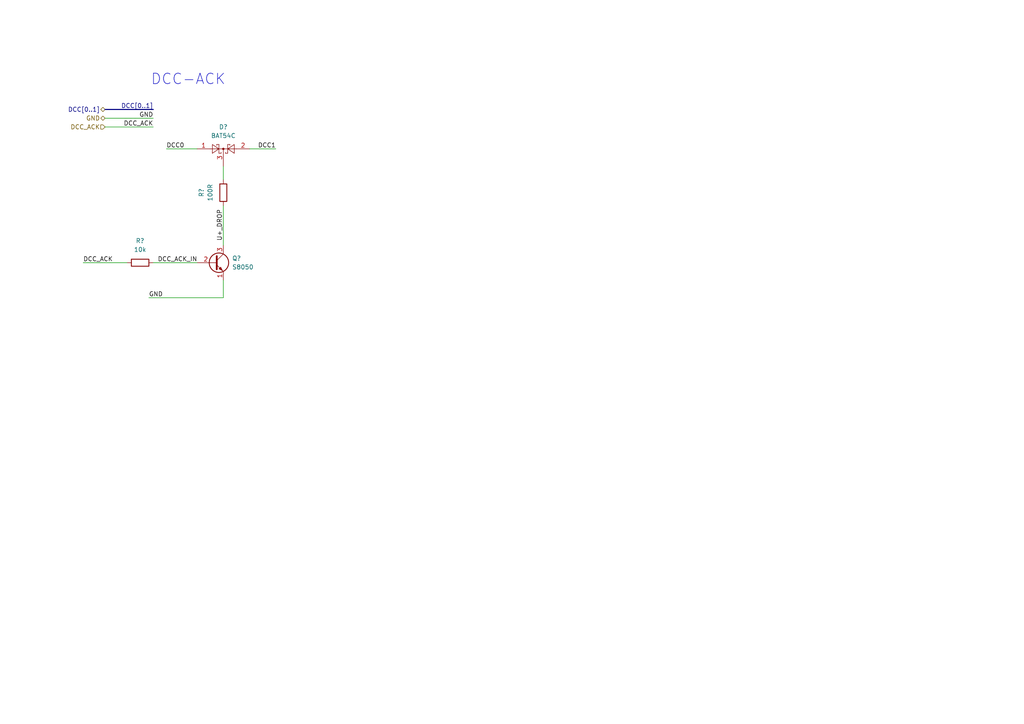
<source format=kicad_sch>
(kicad_sch (version 20231120) (generator "eeschema") (generator_version "8.0")
  (paper "A4")
  (lib_symbols
    (symbol "Device:R" (pin_numbers hide) (pin_names (offset 0))
      (property "Reference" "R" (at 2.032 0 90))
      (property "Value" "R" (at 0 0 90))
      (symbol "R_0_1"
        (rectangle (start -1.016 -2.54) (end 1.016 2.54) (stroke (width 0.254)))
      )
      (symbol "R_1_1"
        (pin passive line (at 0 3.81 270) (length 1.27) (name "~") (number "1"))
        (pin passive line (at 0 -3.81 90) (length 1.27) (name "~") (number "2"))
      )
    )
    (symbol "Diode:BAT54C" (pin_names (offset 1.016))
      (property "Reference" "D" (at 0.635 -3.81 0))
      (property "Value" "BAT54C" (at -6.35 3.175 0))
      (symbol "BAT54C_0_1"
        (polyline (pts (xy -1.905 0) (xy 1.905 0)))
        (polyline (pts (xy -1.905 1.27) (xy -1.905 1.016)))
        (polyline (pts (xy -1.27 -1.27) (xy -0.635 -1.27)))
        (polyline (pts (xy -1.27 0) (xy -3.81 0)))
        (polyline (pts (xy -1.27 1.27) (xy -1.905 1.27)))
        (polyline (pts (xy -1.27 1.27) (xy -1.27 -1.27)))
        (polyline (pts (xy -0.635 -1.27) (xy -0.635 -1.016)))
        (polyline (pts (xy 0.635 -1.27) (xy 0.635 -1.016)))
        (polyline (pts (xy 1.27 -1.27) (xy 0.635 -1.27)))
        (polyline (pts (xy 1.27 1.27) (xy 1.27 -1.27)))
        (polyline (pts (xy 1.27 1.27) (xy 1.905 1.27)))
        (polyline (pts (xy 1.905 1.27) (xy 1.905 1.016)))
        (polyline (pts (xy 3.81 0) (xy 1.27 0)))
        (polyline (pts (xy -3.175 -1.27) (xy -3.175 1.27) (xy -1.27 0) (xy -3.175 -1.27)))
        (polyline (pts (xy 3.175 -1.27) (xy 3.175 1.27) (xy 1.27 0) (xy 3.175 -1.27)))
        (circle (center 0 0) (radius 0.254) (fill (type outline)))
      )
      (symbol "BAT54C_1_1"
        (pin passive line (at -7.62 0 0) (length 3.81) (name "~") (number "1"))
        (pin passive line (at 7.62 0 180) (length 3.81) (name "~") (number "2"))
        (pin passive line (at 0 -5.08 90) (length 5.08) (name "~") (number "3"))
      )
    )
    (symbol "Transistor_BJT:S8050" (pin_names (offset 0) hide)
      (property "Reference" "Q" (at 5.08 1.905 0))
      (property "Value" "S8050" (at 5.08 0 0))
      (symbol "S8050_0_1"
        (polyline (pts (xy 0 0) (xy 0.635 0)))
        (polyline (pts (xy 0.635 0.635) (xy 2.54 2.54)))
        (polyline (pts (xy 0.635 -0.635) (xy 2.54 -2.54) (xy 2.54 -2.54)))
        (polyline (pts (xy 0.635 1.905) (xy 0.635 -1.905) (xy 0.635 -1.905)) (stroke (width 0.508)))
        (polyline (pts (xy 1.27 -1.778) (xy 1.778 -1.27) (xy 2.286 -2.286) (xy 1.27 -1.778) (xy 1.27 -1.778)) (fill (type outline)))
        (circle (center 1.27 0) (radius 2.8194) (stroke (width 0.254)))
      )
      (symbol "S8050_1_1"
        (pin passive line (at 2.54 -5.08 90) (length 2.54) (name "E") (number "1"))
        (pin input line (at -5.08 0 0) (length 5.08) (name "B") (number "2"))
        (pin passive line (at 2.54 5.08 270) (length 2.54) (name "C") (number "3"))
      )
    )
  )
  (bus (pts (xy 44.45 31.75) (xy 30.48 31.75)))
  (wire (pts (xy 80.01 43.18) (xy 72.39 43.18)))
  (wire (pts (xy 43.18 86.36) (xy 64.77 86.36)))
  (wire (pts (xy 44.45 76.2) (xy 57.15 76.2)))
  (wire (pts (xy 64.77 81.28) (xy 64.77 86.36)))
  (wire (pts (xy 64.77 48.26) (xy 64.77 52.07)))
  (wire (pts (xy 48.26 43.18) (xy 57.15 43.18)))
  (wire (pts (xy 30.48 36.83) (xy 44.45 36.83)))
  (wire (pts (xy 64.77 59.69) (xy 64.77 71.12)))
  (wire (pts (xy 24.13 76.2) (xy 36.83 76.2)))
  (wire (pts (xy 30.48 34.29) (xy 44.45 34.29)))
  (text "DCC-ACK" (at 54.61 23.114 0) (effects (font (size 3.048 3.048))))
  (label "DCC_ACK_IN" (at 45.72 76.2 0))
  (label "DCC[0..1]" (at 44.45 31.75 180))
  (label "U+_DROP" (at 64.77 69.85 90))
  (label "DCC0" (at 48.26 43.18 0))
  (label "DCC_ACK" (at 24.13 76.2 0))
  (label "DCC_ACK" (at 44.45 36.83 180))
  (label "GND" (at 44.45 34.29 180))
  (label "GND" (at 43.18 86.36 0))
  (label "DCC1" (at 80.01 43.18 180))
  (hierarchical_label "DCC[0..1]" (shape bidirectional) (at 30.48 31.75 180))
  (hierarchical_label "GND" (shape bidirectional) (at 30.48 34.29 180))
  (hierarchical_label "DCC_ACK" (shape input) (at 30.48 36.83 180))
  (symbol (lib_id "Device:R") (at 64.77 55.88 180) (unit 1)
    (property "Reference" "R?" (at 58.42 55.88 90))
    (property "Value" "100R" (at 60.96 55.88 90))
    (property "Footprint" "Resistor_SMD:R_0603_1608Metric_Pad0.98x0.95mm_HandSolder" (effects (hide yes)))
    (property "Description" "Resistor" (effects (hide yes)))
    (property "LCSC" "C25744" (effects (hide yes)))
    (property "OLI_ID" "100R_0603" (effects (hide yes)))
    (property "Sim.Device" "R" (effects (hide yes)))
    (property "Sim.Pins" "1=+ 2=-" (effects (hide yes)))
    (instances (project "acc-rp2040-baseboard" (path "" (reference "R?") (unit 1))) (project "xDuinoRail-Hermes-M-prod" (path "" (reference "R602") (unit 1))))
  )
  (symbol (lib_id "Diode:BAT54C") (at 64.77 43.18 0) (unit 1)
    (property "Reference" "D?" (at 64.77 36.83 0))
    (property "Value" "BAT54C" (at 64.77 39.37 0))
    (property "Footprint" "xDuinoRail:8x50_SOT-23" (effects (hide yes)))
    (property "Datasheet" "http://www.diodes.com/_files/datasheets/ds11005.pdf" (effects (hide yes)))
    (property "Description" "dual schottky barrier diode, common cathode" (effects (hide yes)))
    (property "OLI_ID" "BAT54C_SOT-23" (effects (hide yes)))
    (property "Sim.Device" "D" (effects (hide yes)))
    (property "Sim.Pins" "1=A 3=K" (effects (hide yes)))
    (instances (project "acc-rp2040-baseboard" (path "" (reference "D?") (unit 1))) (project "xDuinoRail-Hermes-M-prod" (path "" (reference "D601") (unit 1))))
  )
  (symbol (lib_id "Device:R") (at 40.64 76.2 90) (unit 1)
    (property "Reference" "R?" (at 40.64 69.85 90))
    (property "Value" "10k" (at 40.64 72.39 90))
    (property "Footprint" "Resistor_SMD:R_0603_1608Metric_Pad0.98x0.95mm_HandSolder" (effects (hide yes)))
    (property "Description" "Resistor" (effects (hide yes)))
    (property "LCSC" "C25744" (effects (hide yes)))
    (property "OLI_ID" "10k_0603" (effects (hide yes)))
    (property "Sim.Device" "R" (effects (hide yes)))
    (property "Sim.Pins" "1=+ 2=-" (effects (hide yes)))
    (instances (project "acc-rp2040-baseboard" (path "" (reference "R?") (unit 1))) (project "xDuinoRail-Hermes-M-prod" (path "" (reference "R601") (unit 1))))
  )
  (symbol (lib_id "Transistor_BJT:S8050") (at 62.23 76.2 0) (unit 1)
    (property "Reference" "Q?" (at 67.31 74.93 0) (effects (justify left)))
    (property "Value" "S8050" (at 67.31 77.47 0) (effects (justify left)))
    (property "Footprint" "xDuinoRail:8x50_SOT-23" (effects (hide yes)))
    (property "Datasheet" "http://www.unisonic.com.tw/datasheet/S8050.pdf" (effects (hide yes)))
    (property "Description" "0.7A Ic, 20V Vce, Low Voltage High Current NPN Transistor, TO-92" (effects (hide yes)))
    (property "LCSC" "C2150" (effects (hide yes)))
    (property "OLI_ID" "S8050-J3Y_SOT-23" (effects (hide yes)))
    (property "Sim.Device" "NPN" (effects (hide yes)))
    (property "Sim.Pins" "1=E 2=B 3=C" (effects (hide yes)))
    (property "Sim.Type" "GUMMELPOON" (effects (hide yes)))
    (property "Sim.Library" "__ltspice\\8x50.lib" (effects (hide yes)))
    (property "Sim.Name" "S8050" (effects (hide yes)))
    (instances (project "acc-rp2040-baseboard" (path "" (reference "Q?") (unit 1))) (project "xDuinoRail-Hermes-M-prod" (path "" (reference "Q601") (unit 1))))
  )
)
</source>
